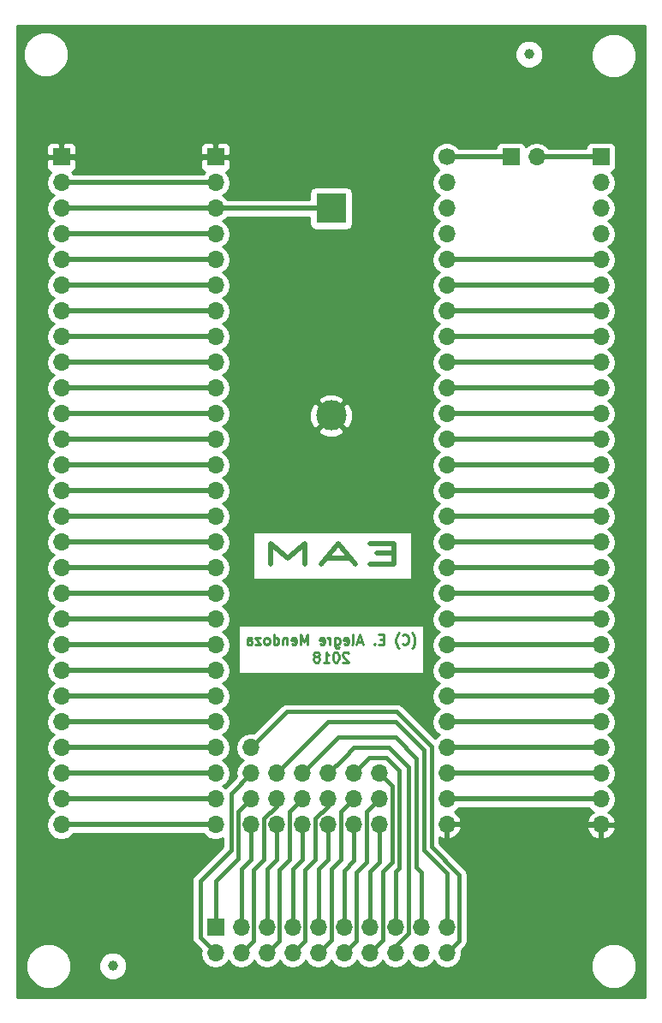
<source format=gbr>
G04 #@! TF.FileFunction,Copper,L2,Bot,Signal*
%FSLAX46Y46*%
G04 Gerber Fmt 4.6, Leading zero omitted, Abs format (unit mm)*
G04 Created by KiCad (PCBNEW 4.0.7-e2-6376~58~ubuntu16.04.1) date Tue Oct 16 16:27:12 2018*
%MOMM*%
%LPD*%
G01*
G04 APERTURE LIST*
%ADD10C,0.100000*%
%ADD11C,0.250000*%
%ADD12C,0.500000*%
%ADD13C,1.000000*%
%ADD14C,1.700000*%
%ADD15O,1.700000X1.700000*%
%ADD16R,1.700000X1.700000*%
%ADD17C,3.000000*%
%ADD18R,3.000000X3.000000*%
%ADD19C,0.400000*%
%ADD20C,0.254000*%
G04 APERTURE END LIST*
D10*
D11*
X156082001Y-118194333D02*
X156129621Y-118146714D01*
X156224859Y-118003857D01*
X156272478Y-117908619D01*
X156320097Y-117765762D01*
X156367716Y-117527667D01*
X156367716Y-117337190D01*
X156320097Y-117099095D01*
X156272478Y-116956238D01*
X156224859Y-116861000D01*
X156129621Y-116718143D01*
X156082001Y-116670524D01*
X155129620Y-117718143D02*
X155177239Y-117765762D01*
X155320096Y-117813381D01*
X155415334Y-117813381D01*
X155558192Y-117765762D01*
X155653430Y-117670524D01*
X155701049Y-117575286D01*
X155748668Y-117384810D01*
X155748668Y-117241952D01*
X155701049Y-117051476D01*
X155653430Y-116956238D01*
X155558192Y-116861000D01*
X155415334Y-116813381D01*
X155320096Y-116813381D01*
X155177239Y-116861000D01*
X155129620Y-116908619D01*
X154796287Y-118194333D02*
X154748668Y-118146714D01*
X154653430Y-118003857D01*
X154605811Y-117908619D01*
X154558192Y-117765762D01*
X154510573Y-117527667D01*
X154510573Y-117337190D01*
X154558192Y-117099095D01*
X154605811Y-116956238D01*
X154653430Y-116861000D01*
X154748668Y-116718143D01*
X154796287Y-116670524D01*
X153272477Y-117289571D02*
X152939143Y-117289571D01*
X152796286Y-117813381D02*
X153272477Y-117813381D01*
X153272477Y-116813381D01*
X152796286Y-116813381D01*
X152367715Y-117718143D02*
X152320096Y-117765762D01*
X152367715Y-117813381D01*
X152415334Y-117765762D01*
X152367715Y-117718143D01*
X152367715Y-117813381D01*
X151177239Y-117527667D02*
X150701048Y-117527667D01*
X151272477Y-117813381D02*
X150939144Y-116813381D01*
X150605810Y-117813381D01*
X150129620Y-117813381D02*
X150224858Y-117765762D01*
X150272477Y-117670524D01*
X150272477Y-116813381D01*
X149367714Y-117765762D02*
X149462952Y-117813381D01*
X149653429Y-117813381D01*
X149748667Y-117765762D01*
X149796286Y-117670524D01*
X149796286Y-117289571D01*
X149748667Y-117194333D01*
X149653429Y-117146714D01*
X149462952Y-117146714D01*
X149367714Y-117194333D01*
X149320095Y-117289571D01*
X149320095Y-117384810D01*
X149796286Y-117480048D01*
X148462952Y-117146714D02*
X148462952Y-117956238D01*
X148510571Y-118051476D01*
X148558190Y-118099095D01*
X148653429Y-118146714D01*
X148796286Y-118146714D01*
X148891524Y-118099095D01*
X148462952Y-117765762D02*
X148558190Y-117813381D01*
X148748667Y-117813381D01*
X148843905Y-117765762D01*
X148891524Y-117718143D01*
X148939143Y-117622905D01*
X148939143Y-117337190D01*
X148891524Y-117241952D01*
X148843905Y-117194333D01*
X148748667Y-117146714D01*
X148558190Y-117146714D01*
X148462952Y-117194333D01*
X147986762Y-117813381D02*
X147986762Y-117146714D01*
X147986762Y-117337190D02*
X147939143Y-117241952D01*
X147891524Y-117194333D01*
X147796286Y-117146714D01*
X147701047Y-117146714D01*
X146986761Y-117765762D02*
X147081999Y-117813381D01*
X147272476Y-117813381D01*
X147367714Y-117765762D01*
X147415333Y-117670524D01*
X147415333Y-117289571D01*
X147367714Y-117194333D01*
X147272476Y-117146714D01*
X147081999Y-117146714D01*
X146986761Y-117194333D01*
X146939142Y-117289571D01*
X146939142Y-117384810D01*
X147415333Y-117480048D01*
X145748666Y-117813381D02*
X145748666Y-116813381D01*
X145415332Y-117527667D01*
X145081999Y-116813381D01*
X145081999Y-117813381D01*
X144224856Y-117765762D02*
X144320094Y-117813381D01*
X144510571Y-117813381D01*
X144605809Y-117765762D01*
X144653428Y-117670524D01*
X144653428Y-117289571D01*
X144605809Y-117194333D01*
X144510571Y-117146714D01*
X144320094Y-117146714D01*
X144224856Y-117194333D01*
X144177237Y-117289571D01*
X144177237Y-117384810D01*
X144653428Y-117480048D01*
X143748666Y-117146714D02*
X143748666Y-117813381D01*
X143748666Y-117241952D02*
X143701047Y-117194333D01*
X143605809Y-117146714D01*
X143462951Y-117146714D01*
X143367713Y-117194333D01*
X143320094Y-117289571D01*
X143320094Y-117813381D01*
X142415332Y-117813381D02*
X142415332Y-116813381D01*
X142415332Y-117765762D02*
X142510570Y-117813381D01*
X142701047Y-117813381D01*
X142796285Y-117765762D01*
X142843904Y-117718143D01*
X142891523Y-117622905D01*
X142891523Y-117337190D01*
X142843904Y-117241952D01*
X142796285Y-117194333D01*
X142701047Y-117146714D01*
X142510570Y-117146714D01*
X142415332Y-117194333D01*
X141796285Y-117813381D02*
X141891523Y-117765762D01*
X141939142Y-117718143D01*
X141986761Y-117622905D01*
X141986761Y-117337190D01*
X141939142Y-117241952D01*
X141891523Y-117194333D01*
X141796285Y-117146714D01*
X141653427Y-117146714D01*
X141558189Y-117194333D01*
X141510570Y-117241952D01*
X141462951Y-117337190D01*
X141462951Y-117622905D01*
X141510570Y-117718143D01*
X141558189Y-117765762D01*
X141653427Y-117813381D01*
X141796285Y-117813381D01*
X141129618Y-117146714D02*
X140605808Y-117146714D01*
X141129618Y-117813381D01*
X140605808Y-117813381D01*
X139796284Y-117813381D02*
X139796284Y-117289571D01*
X139843903Y-117194333D01*
X139939141Y-117146714D01*
X140129618Y-117146714D01*
X140224856Y-117194333D01*
X139796284Y-117765762D02*
X139891522Y-117813381D01*
X140129618Y-117813381D01*
X140224856Y-117765762D01*
X140272475Y-117670524D01*
X140272475Y-117575286D01*
X140224856Y-117480048D01*
X140129618Y-117432429D01*
X139891522Y-117432429D01*
X139796284Y-117384810D01*
X149796286Y-118658619D02*
X149748667Y-118611000D01*
X149653429Y-118563381D01*
X149415333Y-118563381D01*
X149320095Y-118611000D01*
X149272476Y-118658619D01*
X149224857Y-118753857D01*
X149224857Y-118849095D01*
X149272476Y-118991952D01*
X149843905Y-119563381D01*
X149224857Y-119563381D01*
X148605810Y-118563381D02*
X148510571Y-118563381D01*
X148415333Y-118611000D01*
X148367714Y-118658619D01*
X148320095Y-118753857D01*
X148272476Y-118944333D01*
X148272476Y-119182429D01*
X148320095Y-119372905D01*
X148367714Y-119468143D01*
X148415333Y-119515762D01*
X148510571Y-119563381D01*
X148605810Y-119563381D01*
X148701048Y-119515762D01*
X148748667Y-119468143D01*
X148796286Y-119372905D01*
X148843905Y-119182429D01*
X148843905Y-118944333D01*
X148796286Y-118753857D01*
X148748667Y-118658619D01*
X148701048Y-118611000D01*
X148605810Y-118563381D01*
X147320095Y-119563381D02*
X147891524Y-119563381D01*
X147605810Y-119563381D02*
X147605810Y-118563381D01*
X147701048Y-118706238D01*
X147796286Y-118801476D01*
X147891524Y-118849095D01*
X146748667Y-118991952D02*
X146843905Y-118944333D01*
X146891524Y-118896714D01*
X146939143Y-118801476D01*
X146939143Y-118753857D01*
X146891524Y-118658619D01*
X146843905Y-118611000D01*
X146748667Y-118563381D01*
X146558190Y-118563381D01*
X146462952Y-118611000D01*
X146415333Y-118658619D01*
X146367714Y-118753857D01*
X146367714Y-118801476D01*
X146415333Y-118896714D01*
X146462952Y-118944333D01*
X146558190Y-118991952D01*
X146748667Y-118991952D01*
X146843905Y-119039571D01*
X146891524Y-119087190D01*
X146939143Y-119182429D01*
X146939143Y-119372905D01*
X146891524Y-119468143D01*
X146843905Y-119515762D01*
X146748667Y-119563381D01*
X146558190Y-119563381D01*
X146462952Y-119515762D01*
X146415333Y-119468143D01*
X146367714Y-119372905D01*
X146367714Y-119182429D01*
X146415333Y-119087190D01*
X146462952Y-119039571D01*
X146558190Y-118991952D01*
D12*
X154280429Y-108791143D02*
X152613762Y-108791143D01*
X151899476Y-109838762D02*
X154280429Y-109838762D01*
X154280429Y-107838762D01*
X151899476Y-107838762D01*
X149994714Y-109267333D02*
X147613762Y-109267333D01*
X150470905Y-109838762D02*
X148804238Y-107838762D01*
X147137571Y-109838762D01*
X145470905Y-109838762D02*
X145470905Y-107838762D01*
X143804238Y-109267333D01*
X142137571Y-107838762D01*
X142137571Y-109838762D01*
D13*
X126492000Y-149606000D03*
D14*
X159512000Y-69596000D03*
D15*
X159512000Y-72136000D03*
X159512000Y-74676000D03*
X159512000Y-77216000D03*
X159512000Y-79756000D03*
X159512000Y-82296000D03*
X159512000Y-84836000D03*
X159512000Y-87376000D03*
X159512000Y-89916000D03*
X159512000Y-92456000D03*
X159512000Y-94996000D03*
X159512000Y-97536000D03*
X159512000Y-100076000D03*
X159512000Y-102616000D03*
X159512000Y-105156000D03*
X159512000Y-107696000D03*
X159512000Y-110236000D03*
X159512000Y-112776000D03*
X159512000Y-115316000D03*
X159512000Y-117856000D03*
X159512000Y-120396000D03*
X159512000Y-122936000D03*
X159512000Y-125476000D03*
X159512000Y-128016000D03*
X159512000Y-130556000D03*
X159512000Y-133096000D03*
X159512000Y-135596000D03*
X136652000Y-133096000D03*
X136652000Y-130556000D03*
X136652000Y-122936000D03*
X136652000Y-125476000D03*
X136652000Y-128016000D03*
X136652000Y-135636000D03*
X136652000Y-77216000D03*
X136652000Y-79756000D03*
X136652000Y-82296000D03*
X136652000Y-84836000D03*
X136652000Y-74676000D03*
D16*
X136652000Y-69596000D03*
D15*
X136652000Y-72136000D03*
X136652000Y-87376000D03*
X136652000Y-89916000D03*
X136652000Y-92456000D03*
X136652000Y-94996000D03*
X136652000Y-97536000D03*
X136652000Y-100076000D03*
X136652000Y-102616000D03*
X136652000Y-105156000D03*
X136652000Y-107696000D03*
X136652000Y-110236000D03*
X136652000Y-112776000D03*
X136652000Y-115316000D03*
X136652000Y-117856000D03*
X136652000Y-120396000D03*
X140152000Y-135636000D03*
X140152000Y-128016000D03*
X140152000Y-133096000D03*
X140152000Y-130556000D03*
X142692000Y-133096000D03*
X142692000Y-135636000D03*
X142692000Y-130556000D03*
X145232000Y-135636000D03*
X145232000Y-133096000D03*
X145232000Y-130556000D03*
X147772000Y-135636000D03*
X147772000Y-133096000D03*
X147772000Y-130556000D03*
X150312000Y-133096000D03*
X150312000Y-135636000D03*
X150312000Y-130556000D03*
X152852000Y-133096000D03*
X152852000Y-135636000D03*
X152852000Y-130556000D03*
D17*
X148082000Y-95166000D03*
D18*
X148082000Y-74676000D03*
D16*
X121412000Y-69596000D03*
D15*
X121412000Y-72136000D03*
X121412000Y-74676000D03*
X121412000Y-77216000D03*
X121412000Y-79756000D03*
X121412000Y-82296000D03*
X121412000Y-84836000D03*
X121412000Y-87376000D03*
X121412000Y-89916000D03*
X121412000Y-92456000D03*
X121412000Y-94996000D03*
X121412000Y-97536000D03*
X121412000Y-100076000D03*
X121412000Y-102616000D03*
X121412000Y-105156000D03*
X121412000Y-107696000D03*
X121412000Y-110236000D03*
X121412000Y-112776000D03*
X121412000Y-115316000D03*
X121412000Y-117856000D03*
X121412000Y-120396000D03*
X121412000Y-122936000D03*
X121412000Y-125476000D03*
X121412000Y-128016000D03*
X121412000Y-130556000D03*
X121412000Y-133096000D03*
X121412000Y-135636000D03*
D16*
X174752000Y-69596000D03*
D15*
X174752000Y-72136000D03*
X174752000Y-74676000D03*
X174752000Y-77216000D03*
X174752000Y-79756000D03*
X174752000Y-82296000D03*
X174752000Y-84836000D03*
X174752000Y-87376000D03*
X174752000Y-89916000D03*
X174752000Y-92456000D03*
X174752000Y-94996000D03*
X174752000Y-97536000D03*
X174752000Y-100076000D03*
X174752000Y-102616000D03*
X174752000Y-105156000D03*
X174752000Y-107696000D03*
X174752000Y-110236000D03*
X174752000Y-112776000D03*
X174752000Y-115316000D03*
X174752000Y-117856000D03*
X174752000Y-120396000D03*
X174752000Y-122936000D03*
X174752000Y-125476000D03*
X174752000Y-128016000D03*
X174752000Y-130556000D03*
X174752000Y-133096000D03*
X174752000Y-135636000D03*
D16*
X165862000Y-69596000D03*
D15*
X168402000Y-69596000D03*
D16*
X136652000Y-145796000D03*
D15*
X136652000Y-148336000D03*
X139192000Y-145796000D03*
X139192000Y-148336000D03*
X141732000Y-145796000D03*
X141732000Y-148336000D03*
X144272000Y-145796000D03*
X144272000Y-148336000D03*
X146812000Y-145796000D03*
X146812000Y-148336000D03*
X149352000Y-145796000D03*
X149352000Y-148336000D03*
X151892000Y-145796000D03*
X151892000Y-148336000D03*
X154432000Y-145796000D03*
X154432000Y-148336000D03*
X156972000Y-145796000D03*
X156972000Y-148336000D03*
X159512000Y-145796000D03*
X159512000Y-148336000D03*
D13*
X167640000Y-59436000D03*
D12*
X174752000Y-135636000D02*
X159552000Y-135636000D01*
X159552000Y-135636000D02*
X159512000Y-135596000D01*
X136652000Y-69596000D02*
X121412000Y-69596000D01*
X148082000Y-74676000D02*
X136652000Y-74676000D01*
X136652000Y-74676000D02*
X121412000Y-74676000D01*
X121412000Y-72136000D02*
X136652000Y-72136000D01*
X121412000Y-77216000D02*
X136652000Y-77216000D01*
X136652000Y-79756000D02*
X121412000Y-79756000D01*
X121412000Y-82296000D02*
X136652000Y-82296000D01*
X136652000Y-84836000D02*
X121412000Y-84836000D01*
X121412000Y-87376000D02*
X136652000Y-87376000D01*
X136652000Y-89916000D02*
X121412000Y-89916000D01*
X136652000Y-92456000D02*
X121412000Y-92456000D01*
X121412000Y-94996000D02*
X136652000Y-94996000D01*
X136652000Y-97536000D02*
X121412000Y-97536000D01*
X121412000Y-100076000D02*
X136652000Y-100076000D01*
X136652000Y-102616000D02*
X121412000Y-102616000D01*
X121412000Y-105156000D02*
X136652000Y-105156000D01*
X136652000Y-107696000D02*
X121412000Y-107696000D01*
X121412000Y-110236000D02*
X136652000Y-110236000D01*
X136652000Y-112776000D02*
X121412000Y-112776000D01*
X121412000Y-115316000D02*
X136652000Y-115316000D01*
X136652000Y-117856000D02*
X121412000Y-117856000D01*
X121412000Y-120396000D02*
X136652000Y-120396000D01*
X136652000Y-122936000D02*
X121412000Y-122936000D01*
X121412000Y-125476000D02*
X136652000Y-125476000D01*
X136652000Y-128016000D02*
X121412000Y-128016000D01*
X121412000Y-130556000D02*
X136652000Y-130556000D01*
X136652000Y-133096000D02*
X121412000Y-133096000D01*
X121412000Y-135636000D02*
X136652000Y-135636000D01*
X168402000Y-69596000D02*
X174752000Y-69596000D01*
X159512000Y-79756000D02*
X174752000Y-79756000D01*
X159512000Y-82296000D02*
X174752000Y-82296000D01*
X174752000Y-84836000D02*
X159512000Y-84836000D01*
X159512000Y-87376000D02*
X174752000Y-87376000D01*
X159512000Y-89916000D02*
X174752000Y-89916000D01*
X159512000Y-92456000D02*
X174752000Y-92456000D01*
X174752000Y-94996000D02*
X159512000Y-94996000D01*
X159512000Y-97536000D02*
X173549919Y-97536000D01*
X173549919Y-97536000D02*
X174752000Y-97536000D01*
X174752000Y-100076000D02*
X159512000Y-100076000D01*
X159512000Y-102616000D02*
X174752000Y-102616000D01*
X174752000Y-105156000D02*
X159512000Y-105156000D01*
X159512000Y-107696000D02*
X174752000Y-107696000D01*
X174752000Y-110236000D02*
X159512000Y-110236000D01*
X159512000Y-112776000D02*
X174752000Y-112776000D01*
X174752000Y-115316000D02*
X159512000Y-115316000D01*
X159512000Y-117856000D02*
X174752000Y-117856000D01*
X174752000Y-120396000D02*
X160714081Y-120396000D01*
X160714081Y-120396000D02*
X159512000Y-120396000D01*
X159512000Y-122936000D02*
X174752000Y-122936000D01*
X159512000Y-125476000D02*
X174752000Y-125476000D01*
X159512000Y-128016000D02*
X174752000Y-128016000D01*
X159512000Y-130556000D02*
X174752000Y-130556000D01*
X159512000Y-133096000D02*
X174752000Y-133096000D01*
X165862000Y-69596000D02*
X159512000Y-69596000D01*
D19*
X139192000Y-145796000D02*
X139192000Y-140025000D01*
X139192000Y-140025000D02*
X140152000Y-139065000D01*
X140152000Y-139065000D02*
X140152000Y-135636000D01*
X159512000Y-148336000D02*
X160762001Y-147085999D01*
X160762001Y-147085999D02*
X160762001Y-140569001D01*
X160762001Y-140569001D02*
X157988000Y-137795000D01*
X157988000Y-137795000D02*
X157988000Y-127889000D01*
X157988000Y-127889000D02*
X154559000Y-124460000D01*
X143708000Y-124460000D02*
X140152000Y-128016000D01*
X154559000Y-124460000D02*
X143708000Y-124460000D01*
X140152000Y-133096000D02*
X138901999Y-134346001D01*
X138901999Y-134346001D02*
X138901999Y-138974001D01*
X138901999Y-138974001D02*
X136652000Y-141224000D01*
X136652000Y-141224000D02*
X136652000Y-145796000D01*
X140152000Y-130556000D02*
X138176000Y-132532000D01*
X138176000Y-132532000D02*
X138176000Y-138156001D01*
X138176000Y-138156001D02*
X135128000Y-141204001D01*
X135128000Y-141204001D02*
X135128000Y-146812000D01*
X135128000Y-146812000D02*
X136652000Y-148336000D01*
X139192000Y-148336000D02*
X140442001Y-147085999D01*
X142692000Y-133785998D02*
X142692000Y-133096000D01*
X140442001Y-147085999D02*
X140442001Y-140064998D01*
X140442001Y-140064998D02*
X141441999Y-139065000D01*
X141441999Y-135035999D02*
X142692000Y-133785998D01*
X141441999Y-139065000D02*
X141441999Y-135035999D01*
X141732000Y-145796000D02*
X141732000Y-140025000D01*
X141732000Y-140025000D02*
X142692000Y-139065000D01*
X142692000Y-139065000D02*
X142692000Y-135636000D01*
X159512000Y-145796000D02*
X159512000Y-140462000D01*
X159512000Y-140462000D02*
X157226000Y-138176000D01*
X147772000Y-125476000D02*
X142692000Y-130556000D01*
X157226000Y-138176000D02*
X157226000Y-128270000D01*
X157226000Y-128270000D02*
X154432000Y-125476000D01*
X154432000Y-125476000D02*
X147772000Y-125476000D01*
X144272000Y-145796000D02*
X144272000Y-140025000D01*
X144272000Y-140025000D02*
X145232000Y-139065000D01*
X145232000Y-139065000D02*
X145232000Y-135636000D01*
X141732000Y-148336000D02*
X142982001Y-147085999D01*
X142982001Y-147085999D02*
X142982001Y-140064998D01*
X142982001Y-140064998D02*
X143981999Y-139065000D01*
X143981999Y-139065000D02*
X143981999Y-134346001D01*
X143981999Y-134346001D02*
X145232000Y-133096000D01*
X156482019Y-139845019D02*
X156972000Y-140335000D01*
X145232000Y-130556000D02*
X148788000Y-127000000D01*
X148788000Y-127000000D02*
X154432000Y-127000000D01*
X154432000Y-127000000D02*
X156482019Y-129050019D01*
X156482019Y-129050019D02*
X156482019Y-139845019D01*
X156972000Y-140335000D02*
X156972000Y-145796000D01*
X146812000Y-145796000D02*
X146812000Y-140025000D01*
X147772000Y-139065000D02*
X147772000Y-136838081D01*
X146812000Y-140025000D02*
X147772000Y-139065000D01*
X147772000Y-136838081D02*
X147772000Y-135636000D01*
X144272000Y-148336000D02*
X145522001Y-147085999D01*
X145522001Y-147085999D02*
X145522001Y-140064998D01*
X145522001Y-140064998D02*
X146521999Y-139065000D01*
X146521999Y-139065000D02*
X146521999Y-135035999D01*
X146521999Y-135035999D02*
X147772000Y-133785998D01*
X147772000Y-133785998D02*
X147772000Y-133096000D01*
X154432000Y-148336000D02*
X154432000Y-147646002D01*
X154432000Y-147646002D02*
X155721999Y-146356003D01*
X155721999Y-146356003D02*
X155721999Y-129940999D01*
X153797000Y-128016000D02*
X150312000Y-128016000D01*
X155721999Y-129940999D02*
X153797000Y-128016000D01*
X150312000Y-128016000D02*
X149352000Y-128976000D01*
X149352000Y-128976000D02*
X147772000Y-130556000D01*
X146812000Y-148336000D02*
X148101999Y-147046001D01*
X148101999Y-147046001D02*
X148101999Y-140025000D01*
X148101999Y-140025000D02*
X149061999Y-139065000D01*
X149061999Y-139065000D02*
X149061999Y-134346001D01*
X149061999Y-134346001D02*
X149462001Y-133945999D01*
X149462001Y-133945999D02*
X150312000Y-133096000D01*
X149352000Y-145796000D02*
X149352000Y-140152000D01*
X149352000Y-140152000D02*
X150312000Y-139192000D01*
X150312000Y-139192000D02*
X150312000Y-135636000D01*
X150312000Y-130556000D02*
X151836000Y-129032000D01*
X151836000Y-129032000D02*
X153543000Y-129032000D01*
X154813000Y-130302000D02*
X154813000Y-139914999D01*
X153543000Y-129032000D02*
X154813000Y-130302000D01*
X154813000Y-139914999D02*
X154432000Y-140295999D01*
X154471001Y-140295999D02*
X154432000Y-140295999D01*
X154432000Y-140295999D02*
X154432000Y-145796000D01*
X149352000Y-148336000D02*
X150602001Y-147085999D01*
X150602001Y-147085999D02*
X150602001Y-140318998D01*
X150602001Y-140318998D02*
X151601999Y-139319000D01*
X151601999Y-139319000D02*
X151601999Y-134346001D01*
X151601999Y-134346001D02*
X152002001Y-133945999D01*
X152002001Y-133945999D02*
X152852000Y-133096000D01*
X151892000Y-145796000D02*
X151892000Y-140279000D01*
X151892000Y-140279000D02*
X152852000Y-139319000D01*
X152852000Y-139319000D02*
X152852000Y-135636000D01*
X151892000Y-148336000D02*
X153181999Y-147046001D01*
X153181999Y-147046001D02*
X153181999Y-140239002D01*
X153181999Y-140239002D02*
X154102001Y-139319000D01*
X154102001Y-139319000D02*
X154102001Y-131806001D01*
X154102001Y-131806001D02*
X152852000Y-130556000D01*
D20*
G36*
X179122000Y-152706000D02*
X117042000Y-152706000D01*
X117042000Y-150048619D01*
X117906613Y-150048619D01*
X118246155Y-150870372D01*
X118874321Y-151499636D01*
X119695481Y-151840611D01*
X120584619Y-151841387D01*
X121406372Y-151501845D01*
X122035636Y-150873679D01*
X122376611Y-150052519D01*
X122376759Y-149882661D01*
X125094758Y-149882661D01*
X125306990Y-150396303D01*
X125699630Y-150789629D01*
X126212900Y-151002757D01*
X126768661Y-151003242D01*
X127282303Y-150791010D01*
X127675629Y-150398370D01*
X127820858Y-150048619D01*
X173786613Y-150048619D01*
X174126155Y-150870372D01*
X174754321Y-151499636D01*
X175575481Y-151840611D01*
X176464619Y-151841387D01*
X177286372Y-151501845D01*
X177915636Y-150873679D01*
X178256611Y-150052519D01*
X178257387Y-149163381D01*
X177917845Y-148341628D01*
X177289679Y-147712364D01*
X176468519Y-147371389D01*
X175579381Y-147370613D01*
X174757628Y-147710155D01*
X174128364Y-148338321D01*
X173787389Y-149159481D01*
X173786613Y-150048619D01*
X127820858Y-150048619D01*
X127888757Y-149885100D01*
X127889242Y-149329339D01*
X127677010Y-148815697D01*
X127284370Y-148422371D01*
X126771100Y-148209243D01*
X126215339Y-148208758D01*
X125701697Y-148420990D01*
X125308371Y-148813630D01*
X125095243Y-149326900D01*
X125094758Y-149882661D01*
X122376759Y-149882661D01*
X122377387Y-149163381D01*
X122037845Y-148341628D01*
X121409679Y-147712364D01*
X120588519Y-147371389D01*
X119699381Y-147370613D01*
X118877628Y-147710155D01*
X118248364Y-148338321D01*
X117907389Y-149159481D01*
X117906613Y-150048619D01*
X117042000Y-150048619D01*
X117042000Y-72136000D01*
X119897907Y-72136000D01*
X120010946Y-72704285D01*
X120332853Y-73186054D01*
X120662026Y-73406000D01*
X120332853Y-73625946D01*
X120010946Y-74107715D01*
X119897907Y-74676000D01*
X120010946Y-75244285D01*
X120332853Y-75726054D01*
X120662026Y-75946000D01*
X120332853Y-76165946D01*
X120010946Y-76647715D01*
X119897907Y-77216000D01*
X120010946Y-77784285D01*
X120332853Y-78266054D01*
X120662026Y-78486000D01*
X120332853Y-78705946D01*
X120010946Y-79187715D01*
X119897907Y-79756000D01*
X120010946Y-80324285D01*
X120332853Y-80806054D01*
X120662026Y-81026000D01*
X120332853Y-81245946D01*
X120010946Y-81727715D01*
X119897907Y-82296000D01*
X120010946Y-82864285D01*
X120332853Y-83346054D01*
X120662026Y-83566000D01*
X120332853Y-83785946D01*
X120010946Y-84267715D01*
X119897907Y-84836000D01*
X120010946Y-85404285D01*
X120332853Y-85886054D01*
X120662026Y-86106000D01*
X120332853Y-86325946D01*
X120010946Y-86807715D01*
X119897907Y-87376000D01*
X120010946Y-87944285D01*
X120332853Y-88426054D01*
X120662026Y-88646000D01*
X120332853Y-88865946D01*
X120010946Y-89347715D01*
X119897907Y-89916000D01*
X120010946Y-90484285D01*
X120332853Y-90966054D01*
X120662026Y-91186000D01*
X120332853Y-91405946D01*
X120010946Y-91887715D01*
X119897907Y-92456000D01*
X120010946Y-93024285D01*
X120332853Y-93506054D01*
X120662026Y-93726000D01*
X120332853Y-93945946D01*
X120010946Y-94427715D01*
X119897907Y-94996000D01*
X120010946Y-95564285D01*
X120332853Y-96046054D01*
X120662026Y-96266000D01*
X120332853Y-96485946D01*
X120010946Y-96967715D01*
X119897907Y-97536000D01*
X120010946Y-98104285D01*
X120332853Y-98586054D01*
X120662026Y-98806000D01*
X120332853Y-99025946D01*
X120010946Y-99507715D01*
X119897907Y-100076000D01*
X120010946Y-100644285D01*
X120332853Y-101126054D01*
X120662026Y-101346000D01*
X120332853Y-101565946D01*
X120010946Y-102047715D01*
X119897907Y-102616000D01*
X120010946Y-103184285D01*
X120332853Y-103666054D01*
X120662026Y-103886000D01*
X120332853Y-104105946D01*
X120010946Y-104587715D01*
X119897907Y-105156000D01*
X120010946Y-105724285D01*
X120332853Y-106206054D01*
X120662026Y-106426000D01*
X120332853Y-106645946D01*
X120010946Y-107127715D01*
X119897907Y-107696000D01*
X120010946Y-108264285D01*
X120332853Y-108746054D01*
X120662026Y-108966000D01*
X120332853Y-109185946D01*
X120010946Y-109667715D01*
X119897907Y-110236000D01*
X120010946Y-110804285D01*
X120332853Y-111286054D01*
X120662026Y-111506000D01*
X120332853Y-111725946D01*
X120010946Y-112207715D01*
X119897907Y-112776000D01*
X120010946Y-113344285D01*
X120332853Y-113826054D01*
X120662026Y-114046000D01*
X120332853Y-114265946D01*
X120010946Y-114747715D01*
X119897907Y-115316000D01*
X120010946Y-115884285D01*
X120332853Y-116366054D01*
X120662026Y-116586000D01*
X120332853Y-116805946D01*
X120010946Y-117287715D01*
X119897907Y-117856000D01*
X120010946Y-118424285D01*
X120332853Y-118906054D01*
X120662026Y-119126000D01*
X120332853Y-119345946D01*
X120010946Y-119827715D01*
X119897907Y-120396000D01*
X120010946Y-120964285D01*
X120332853Y-121446054D01*
X120662026Y-121666000D01*
X120332853Y-121885946D01*
X120010946Y-122367715D01*
X119897907Y-122936000D01*
X120010946Y-123504285D01*
X120332853Y-123986054D01*
X120662026Y-124206000D01*
X120332853Y-124425946D01*
X120010946Y-124907715D01*
X119897907Y-125476000D01*
X120010946Y-126044285D01*
X120332853Y-126526054D01*
X120662026Y-126746000D01*
X120332853Y-126965946D01*
X120010946Y-127447715D01*
X119897907Y-128016000D01*
X120010946Y-128584285D01*
X120332853Y-129066054D01*
X120662026Y-129286000D01*
X120332853Y-129505946D01*
X120010946Y-129987715D01*
X119897907Y-130556000D01*
X120010946Y-131124285D01*
X120332853Y-131606054D01*
X120662026Y-131826000D01*
X120332853Y-132045946D01*
X120010946Y-132527715D01*
X119897907Y-133096000D01*
X120010946Y-133664285D01*
X120332853Y-134146054D01*
X120662026Y-134366000D01*
X120332853Y-134585946D01*
X120010946Y-135067715D01*
X119897907Y-135636000D01*
X120010946Y-136204285D01*
X120332853Y-136686054D01*
X120814622Y-137007961D01*
X121382907Y-137121000D01*
X121441093Y-137121000D01*
X122009378Y-137007961D01*
X122491147Y-136686054D01*
X122601432Y-136521000D01*
X135462568Y-136521000D01*
X135572853Y-136686054D01*
X136054622Y-137007961D01*
X136622907Y-137121000D01*
X136681093Y-137121000D01*
X137249378Y-137007961D01*
X137341000Y-136946741D01*
X137341000Y-137810133D01*
X134537566Y-140613567D01*
X134356561Y-140884460D01*
X134293000Y-141204001D01*
X134293000Y-146812000D01*
X134356561Y-147131541D01*
X134486803Y-147326462D01*
X134537566Y-147402434D01*
X135212632Y-148077500D01*
X135167000Y-148306907D01*
X135167000Y-148365093D01*
X135280039Y-148933378D01*
X135601946Y-149415147D01*
X136083715Y-149737054D01*
X136652000Y-149850093D01*
X137220285Y-149737054D01*
X137702054Y-149415147D01*
X137922000Y-149085974D01*
X138141946Y-149415147D01*
X138623715Y-149737054D01*
X139192000Y-149850093D01*
X139760285Y-149737054D01*
X140242054Y-149415147D01*
X140462000Y-149085974D01*
X140681946Y-149415147D01*
X141163715Y-149737054D01*
X141732000Y-149850093D01*
X142300285Y-149737054D01*
X142782054Y-149415147D01*
X143002000Y-149085974D01*
X143221946Y-149415147D01*
X143703715Y-149737054D01*
X144272000Y-149850093D01*
X144840285Y-149737054D01*
X145322054Y-149415147D01*
X145542000Y-149085974D01*
X145761946Y-149415147D01*
X146243715Y-149737054D01*
X146812000Y-149850093D01*
X147380285Y-149737054D01*
X147862054Y-149415147D01*
X148082000Y-149085974D01*
X148301946Y-149415147D01*
X148783715Y-149737054D01*
X149352000Y-149850093D01*
X149920285Y-149737054D01*
X150402054Y-149415147D01*
X150622000Y-149085974D01*
X150841946Y-149415147D01*
X151323715Y-149737054D01*
X151892000Y-149850093D01*
X152460285Y-149737054D01*
X152942054Y-149415147D01*
X153162000Y-149085974D01*
X153381946Y-149415147D01*
X153863715Y-149737054D01*
X154432000Y-149850093D01*
X155000285Y-149737054D01*
X155482054Y-149415147D01*
X155702000Y-149085974D01*
X155921946Y-149415147D01*
X156403715Y-149737054D01*
X156972000Y-149850093D01*
X157540285Y-149737054D01*
X158022054Y-149415147D01*
X158242000Y-149085974D01*
X158461946Y-149415147D01*
X158943715Y-149737054D01*
X159512000Y-149850093D01*
X160080285Y-149737054D01*
X160562054Y-149415147D01*
X160883961Y-148933378D01*
X160997000Y-148365093D01*
X160997000Y-148306907D01*
X160951368Y-148077500D01*
X161352435Y-147676433D01*
X161533440Y-147405540D01*
X161597001Y-147085999D01*
X161597001Y-140569001D01*
X161533440Y-140249460D01*
X161352435Y-139978567D01*
X158823000Y-137449132D01*
X158823000Y-136881519D01*
X159155108Y-137037486D01*
X159385000Y-136916819D01*
X159385000Y-135723000D01*
X159639000Y-135723000D01*
X159639000Y-136916819D01*
X159868892Y-137037486D01*
X160393358Y-136791183D01*
X160783645Y-136362924D01*
X160936908Y-135992890D01*
X173310524Y-135992890D01*
X173480355Y-136402924D01*
X173870642Y-136831183D01*
X174395108Y-137077486D01*
X174625000Y-136956819D01*
X174625000Y-135763000D01*
X174879000Y-135763000D01*
X174879000Y-136956819D01*
X175108892Y-137077486D01*
X175633358Y-136831183D01*
X176023645Y-136402924D01*
X176193476Y-135992890D01*
X176072155Y-135763000D01*
X174879000Y-135763000D01*
X174625000Y-135763000D01*
X173431845Y-135763000D01*
X173310524Y-135992890D01*
X160936908Y-135992890D01*
X160953476Y-135952890D01*
X160832155Y-135723000D01*
X159639000Y-135723000D01*
X159385000Y-135723000D01*
X159365000Y-135723000D01*
X159365000Y-135469000D01*
X159385000Y-135469000D01*
X159385000Y-135449000D01*
X159639000Y-135449000D01*
X159639000Y-135469000D01*
X160832155Y-135469000D01*
X160953476Y-135239110D01*
X160783645Y-134829076D01*
X160393358Y-134400817D01*
X160285602Y-134350212D01*
X160591147Y-134146054D01*
X160701432Y-133981000D01*
X173562568Y-133981000D01*
X173672853Y-134146054D01*
X174013553Y-134373702D01*
X173870642Y-134440817D01*
X173480355Y-134869076D01*
X173310524Y-135279110D01*
X173431845Y-135509000D01*
X174625000Y-135509000D01*
X174625000Y-135489000D01*
X174879000Y-135489000D01*
X174879000Y-135509000D01*
X176072155Y-135509000D01*
X176193476Y-135279110D01*
X176023645Y-134869076D01*
X175633358Y-134440817D01*
X175490447Y-134373702D01*
X175831147Y-134146054D01*
X176153054Y-133664285D01*
X176266093Y-133096000D01*
X176153054Y-132527715D01*
X175831147Y-132045946D01*
X175501974Y-131826000D01*
X175831147Y-131606054D01*
X176153054Y-131124285D01*
X176266093Y-130556000D01*
X176153054Y-129987715D01*
X175831147Y-129505946D01*
X175501974Y-129286000D01*
X175831147Y-129066054D01*
X176153054Y-128584285D01*
X176266093Y-128016000D01*
X176153054Y-127447715D01*
X175831147Y-126965946D01*
X175501974Y-126746000D01*
X175831147Y-126526054D01*
X176153054Y-126044285D01*
X176266093Y-125476000D01*
X176153054Y-124907715D01*
X175831147Y-124425946D01*
X175501974Y-124206000D01*
X175831147Y-123986054D01*
X176153054Y-123504285D01*
X176266093Y-122936000D01*
X176153054Y-122367715D01*
X175831147Y-121885946D01*
X175501974Y-121666000D01*
X175831147Y-121446054D01*
X176153054Y-120964285D01*
X176266093Y-120396000D01*
X176153054Y-119827715D01*
X175831147Y-119345946D01*
X175501974Y-119126000D01*
X175831147Y-118906054D01*
X176153054Y-118424285D01*
X176266093Y-117856000D01*
X176153054Y-117287715D01*
X175831147Y-116805946D01*
X175501974Y-116586000D01*
X175831147Y-116366054D01*
X176153054Y-115884285D01*
X176266093Y-115316000D01*
X176153054Y-114747715D01*
X175831147Y-114265946D01*
X175501974Y-114046000D01*
X175831147Y-113826054D01*
X176153054Y-113344285D01*
X176266093Y-112776000D01*
X176153054Y-112207715D01*
X175831147Y-111725946D01*
X175501974Y-111506000D01*
X175831147Y-111286054D01*
X176153054Y-110804285D01*
X176266093Y-110236000D01*
X176153054Y-109667715D01*
X175831147Y-109185946D01*
X175501974Y-108966000D01*
X175831147Y-108746054D01*
X176153054Y-108264285D01*
X176266093Y-107696000D01*
X176153054Y-107127715D01*
X175831147Y-106645946D01*
X175501974Y-106426000D01*
X175831147Y-106206054D01*
X176153054Y-105724285D01*
X176266093Y-105156000D01*
X176153054Y-104587715D01*
X175831147Y-104105946D01*
X175501974Y-103886000D01*
X175831147Y-103666054D01*
X176153054Y-103184285D01*
X176266093Y-102616000D01*
X176153054Y-102047715D01*
X175831147Y-101565946D01*
X175501974Y-101346000D01*
X175831147Y-101126054D01*
X176153054Y-100644285D01*
X176266093Y-100076000D01*
X176153054Y-99507715D01*
X175831147Y-99025946D01*
X175501974Y-98806000D01*
X175831147Y-98586054D01*
X176153054Y-98104285D01*
X176266093Y-97536000D01*
X176153054Y-96967715D01*
X175831147Y-96485946D01*
X175501974Y-96266000D01*
X175831147Y-96046054D01*
X176153054Y-95564285D01*
X176266093Y-94996000D01*
X176153054Y-94427715D01*
X175831147Y-93945946D01*
X175501974Y-93726000D01*
X175831147Y-93506054D01*
X176153054Y-93024285D01*
X176266093Y-92456000D01*
X176153054Y-91887715D01*
X175831147Y-91405946D01*
X175501974Y-91186000D01*
X175831147Y-90966054D01*
X176153054Y-90484285D01*
X176266093Y-89916000D01*
X176153054Y-89347715D01*
X175831147Y-88865946D01*
X175501974Y-88646000D01*
X175831147Y-88426054D01*
X176153054Y-87944285D01*
X176266093Y-87376000D01*
X176153054Y-86807715D01*
X175831147Y-86325946D01*
X175501974Y-86106000D01*
X175831147Y-85886054D01*
X176153054Y-85404285D01*
X176266093Y-84836000D01*
X176153054Y-84267715D01*
X175831147Y-83785946D01*
X175501974Y-83566000D01*
X175831147Y-83346054D01*
X176153054Y-82864285D01*
X176266093Y-82296000D01*
X176153054Y-81727715D01*
X175831147Y-81245946D01*
X175501974Y-81026000D01*
X175831147Y-80806054D01*
X176153054Y-80324285D01*
X176266093Y-79756000D01*
X176153054Y-79187715D01*
X175831147Y-78705946D01*
X175501974Y-78486000D01*
X175831147Y-78266054D01*
X176153054Y-77784285D01*
X176266093Y-77216000D01*
X176153054Y-76647715D01*
X175831147Y-76165946D01*
X175501974Y-75946000D01*
X175831147Y-75726054D01*
X176153054Y-75244285D01*
X176266093Y-74676000D01*
X176153054Y-74107715D01*
X175831147Y-73625946D01*
X175501974Y-73406000D01*
X175831147Y-73186054D01*
X176153054Y-72704285D01*
X176266093Y-72136000D01*
X176153054Y-71567715D01*
X175831147Y-71085946D01*
X175789548Y-71058150D01*
X175837317Y-71049162D01*
X176053441Y-70910090D01*
X176198431Y-70697890D01*
X176249440Y-70446000D01*
X176249440Y-68746000D01*
X176205162Y-68510683D01*
X176066090Y-68294559D01*
X175853890Y-68149569D01*
X175602000Y-68098560D01*
X173902000Y-68098560D01*
X173666683Y-68142838D01*
X173450559Y-68281910D01*
X173305569Y-68494110D01*
X173261648Y-68711000D01*
X169581779Y-68711000D01*
X169452054Y-68516853D01*
X168970285Y-68194946D01*
X168402000Y-68081907D01*
X167833715Y-68194946D01*
X167351946Y-68516853D01*
X167324150Y-68558452D01*
X167315162Y-68510683D01*
X167176090Y-68294559D01*
X166963890Y-68149569D01*
X166712000Y-68098560D01*
X165012000Y-68098560D01*
X164776683Y-68142838D01*
X164560559Y-68281910D01*
X164415569Y-68494110D01*
X164371648Y-68711000D01*
X160726820Y-68711000D01*
X160354283Y-68337812D01*
X159808681Y-68111258D01*
X159217911Y-68110743D01*
X158671914Y-68336344D01*
X158253812Y-68753717D01*
X158027258Y-69299319D01*
X158026743Y-69890089D01*
X158252344Y-70436086D01*
X158669717Y-70854188D01*
X158737550Y-70882355D01*
X158432853Y-71085946D01*
X158110946Y-71567715D01*
X157997907Y-72136000D01*
X158110946Y-72704285D01*
X158432853Y-73186054D01*
X158762026Y-73406000D01*
X158432853Y-73625946D01*
X158110946Y-74107715D01*
X157997907Y-74676000D01*
X158110946Y-75244285D01*
X158432853Y-75726054D01*
X158762026Y-75946000D01*
X158432853Y-76165946D01*
X158110946Y-76647715D01*
X157997907Y-77216000D01*
X158110946Y-77784285D01*
X158432853Y-78266054D01*
X158762026Y-78486000D01*
X158432853Y-78705946D01*
X158110946Y-79187715D01*
X157997907Y-79756000D01*
X158110946Y-80324285D01*
X158432853Y-80806054D01*
X158762026Y-81026000D01*
X158432853Y-81245946D01*
X158110946Y-81727715D01*
X157997907Y-82296000D01*
X158110946Y-82864285D01*
X158432853Y-83346054D01*
X158762026Y-83566000D01*
X158432853Y-83785946D01*
X158110946Y-84267715D01*
X157997907Y-84836000D01*
X158110946Y-85404285D01*
X158432853Y-85886054D01*
X158762026Y-86106000D01*
X158432853Y-86325946D01*
X158110946Y-86807715D01*
X157997907Y-87376000D01*
X158110946Y-87944285D01*
X158432853Y-88426054D01*
X158762026Y-88646000D01*
X158432853Y-88865946D01*
X158110946Y-89347715D01*
X157997907Y-89916000D01*
X158110946Y-90484285D01*
X158432853Y-90966054D01*
X158762026Y-91186000D01*
X158432853Y-91405946D01*
X158110946Y-91887715D01*
X157997907Y-92456000D01*
X158110946Y-93024285D01*
X158432853Y-93506054D01*
X158762026Y-93726000D01*
X158432853Y-93945946D01*
X158110946Y-94427715D01*
X157997907Y-94996000D01*
X158110946Y-95564285D01*
X158432853Y-96046054D01*
X158762026Y-96266000D01*
X158432853Y-96485946D01*
X158110946Y-96967715D01*
X157997907Y-97536000D01*
X158110946Y-98104285D01*
X158432853Y-98586054D01*
X158762026Y-98806000D01*
X158432853Y-99025946D01*
X158110946Y-99507715D01*
X157997907Y-100076000D01*
X158110946Y-100644285D01*
X158432853Y-101126054D01*
X158762026Y-101346000D01*
X158432853Y-101565946D01*
X158110946Y-102047715D01*
X157997907Y-102616000D01*
X158110946Y-103184285D01*
X158432853Y-103666054D01*
X158762026Y-103886000D01*
X158432853Y-104105946D01*
X158110946Y-104587715D01*
X157997907Y-105156000D01*
X158110946Y-105724285D01*
X158432853Y-106206054D01*
X158762026Y-106426000D01*
X158432853Y-106645946D01*
X158110946Y-107127715D01*
X157997907Y-107696000D01*
X158110946Y-108264285D01*
X158432853Y-108746054D01*
X158762026Y-108966000D01*
X158432853Y-109185946D01*
X158110946Y-109667715D01*
X157997907Y-110236000D01*
X158110946Y-110804285D01*
X158432853Y-111286054D01*
X158762026Y-111506000D01*
X158432853Y-111725946D01*
X158110946Y-112207715D01*
X157997907Y-112776000D01*
X158110946Y-113344285D01*
X158432853Y-113826054D01*
X158762026Y-114046000D01*
X158432853Y-114265946D01*
X158110946Y-114747715D01*
X157997907Y-115316000D01*
X158110946Y-115884285D01*
X158432853Y-116366054D01*
X158762026Y-116586000D01*
X158432853Y-116805946D01*
X158110946Y-117287715D01*
X157997907Y-117856000D01*
X158110946Y-118424285D01*
X158432853Y-118906054D01*
X158762026Y-119126000D01*
X158432853Y-119345946D01*
X158110946Y-119827715D01*
X157997907Y-120396000D01*
X158110946Y-120964285D01*
X158432853Y-121446054D01*
X158762026Y-121666000D01*
X158432853Y-121885946D01*
X158110946Y-122367715D01*
X157997907Y-122936000D01*
X158110946Y-123504285D01*
X158432853Y-123986054D01*
X158762026Y-124206000D01*
X158432853Y-124425946D01*
X158110946Y-124907715D01*
X157997907Y-125476000D01*
X158110946Y-126044285D01*
X158432853Y-126526054D01*
X158762026Y-126746000D01*
X158432853Y-126965946D01*
X158357936Y-127078068D01*
X155149434Y-123869566D01*
X155076750Y-123821000D01*
X154878541Y-123688561D01*
X154559000Y-123625000D01*
X143708000Y-123625000D01*
X143388459Y-123688561D01*
X143190250Y-123821000D01*
X143117566Y-123869566D01*
X140410500Y-126576632D01*
X140181093Y-126531000D01*
X140122907Y-126531000D01*
X139554622Y-126644039D01*
X139072853Y-126965946D01*
X138750946Y-127447715D01*
X138637907Y-128016000D01*
X138750946Y-128584285D01*
X139072853Y-129066054D01*
X139402026Y-129286000D01*
X139072853Y-129505946D01*
X138750946Y-129987715D01*
X138637907Y-130556000D01*
X138693193Y-130833939D01*
X137585566Y-131941566D01*
X137582283Y-131946479D01*
X137401974Y-131826000D01*
X137731147Y-131606054D01*
X138053054Y-131124285D01*
X138166093Y-130556000D01*
X138053054Y-129987715D01*
X137731147Y-129505946D01*
X137401974Y-129286000D01*
X137731147Y-129066054D01*
X138053054Y-128584285D01*
X138166093Y-128016000D01*
X138053054Y-127447715D01*
X137731147Y-126965946D01*
X137401974Y-126746000D01*
X137731147Y-126526054D01*
X138053054Y-126044285D01*
X138166093Y-125476000D01*
X138053054Y-124907715D01*
X137731147Y-124425946D01*
X137401974Y-124206000D01*
X137731147Y-123986054D01*
X138053054Y-123504285D01*
X138166093Y-122936000D01*
X138053054Y-122367715D01*
X137731147Y-121885946D01*
X137401974Y-121666000D01*
X137731147Y-121446054D01*
X138053054Y-120964285D01*
X138166093Y-120396000D01*
X138053054Y-119827715D01*
X137731147Y-119345946D01*
X137401974Y-119126000D01*
X137731147Y-118906054D01*
X138053054Y-118424285D01*
X138166093Y-117856000D01*
X138053054Y-117287715D01*
X137731147Y-116805946D01*
X137401974Y-116586000D01*
X137731147Y-116366054D01*
X138041885Y-115901000D01*
X138923189Y-115901000D01*
X138923189Y-120671000D01*
X157240811Y-120671000D01*
X157240811Y-115901000D01*
X138923189Y-115901000D01*
X138041885Y-115901000D01*
X138053054Y-115884285D01*
X138166093Y-115316000D01*
X138053054Y-114747715D01*
X137731147Y-114265946D01*
X137401974Y-114046000D01*
X137731147Y-113826054D01*
X138053054Y-113344285D01*
X138166093Y-112776000D01*
X138053054Y-112207715D01*
X137731147Y-111725946D01*
X137401974Y-111506000D01*
X137731147Y-111286054D01*
X138053054Y-110804285D01*
X138166093Y-110236000D01*
X138053054Y-109667715D01*
X137731147Y-109185946D01*
X137401974Y-108966000D01*
X137731147Y-108746054D01*
X138053054Y-108264285D01*
X138166093Y-107696000D01*
X138053054Y-107127715D01*
X137733188Y-106649000D01*
X140312095Y-106649000D01*
X140312095Y-111419000D01*
X156105905Y-111419000D01*
X156105905Y-106649000D01*
X140312095Y-106649000D01*
X137733188Y-106649000D01*
X137731147Y-106645946D01*
X137401974Y-106426000D01*
X137731147Y-106206054D01*
X138053054Y-105724285D01*
X138166093Y-105156000D01*
X138053054Y-104587715D01*
X137731147Y-104105946D01*
X137401974Y-103886000D01*
X137731147Y-103666054D01*
X138053054Y-103184285D01*
X138166093Y-102616000D01*
X138053054Y-102047715D01*
X137731147Y-101565946D01*
X137401974Y-101346000D01*
X137731147Y-101126054D01*
X138053054Y-100644285D01*
X138166093Y-100076000D01*
X138053054Y-99507715D01*
X137731147Y-99025946D01*
X137401974Y-98806000D01*
X137731147Y-98586054D01*
X138053054Y-98104285D01*
X138166093Y-97536000D01*
X138053054Y-96967715D01*
X137860790Y-96679970D01*
X146747635Y-96679970D01*
X146907418Y-96998739D01*
X147698187Y-97308723D01*
X148547387Y-97292497D01*
X149256582Y-96998739D01*
X149416365Y-96679970D01*
X148082000Y-95345605D01*
X146747635Y-96679970D01*
X137860790Y-96679970D01*
X137731147Y-96485946D01*
X137401974Y-96266000D01*
X137731147Y-96046054D01*
X138053054Y-95564285D01*
X138166093Y-94996000D01*
X138123563Y-94782187D01*
X145939277Y-94782187D01*
X145955503Y-95631387D01*
X146249261Y-96340582D01*
X146568030Y-96500365D01*
X147902395Y-95166000D01*
X148261605Y-95166000D01*
X149595970Y-96500365D01*
X149914739Y-96340582D01*
X150224723Y-95549813D01*
X150208497Y-94700613D01*
X149914739Y-93991418D01*
X149595970Y-93831635D01*
X148261605Y-95166000D01*
X147902395Y-95166000D01*
X146568030Y-93831635D01*
X146249261Y-93991418D01*
X145939277Y-94782187D01*
X138123563Y-94782187D01*
X138053054Y-94427715D01*
X137731147Y-93945946D01*
X137401974Y-93726000D01*
X137512678Y-93652030D01*
X146747635Y-93652030D01*
X148082000Y-94986395D01*
X149416365Y-93652030D01*
X149256582Y-93333261D01*
X148465813Y-93023277D01*
X147616613Y-93039503D01*
X146907418Y-93333261D01*
X146747635Y-93652030D01*
X137512678Y-93652030D01*
X137731147Y-93506054D01*
X138053054Y-93024285D01*
X138166093Y-92456000D01*
X138053054Y-91887715D01*
X137731147Y-91405946D01*
X137401974Y-91186000D01*
X137731147Y-90966054D01*
X138053054Y-90484285D01*
X138166093Y-89916000D01*
X138053054Y-89347715D01*
X137731147Y-88865946D01*
X137401974Y-88646000D01*
X137731147Y-88426054D01*
X138053054Y-87944285D01*
X138166093Y-87376000D01*
X138053054Y-86807715D01*
X137731147Y-86325946D01*
X137401974Y-86106000D01*
X137731147Y-85886054D01*
X138053054Y-85404285D01*
X138166093Y-84836000D01*
X138053054Y-84267715D01*
X137731147Y-83785946D01*
X137401974Y-83566000D01*
X137731147Y-83346054D01*
X138053054Y-82864285D01*
X138166093Y-82296000D01*
X138053054Y-81727715D01*
X137731147Y-81245946D01*
X137401974Y-81026000D01*
X137731147Y-80806054D01*
X138053054Y-80324285D01*
X138166093Y-79756000D01*
X138053054Y-79187715D01*
X137731147Y-78705946D01*
X137401974Y-78486000D01*
X137731147Y-78266054D01*
X138053054Y-77784285D01*
X138166093Y-77216000D01*
X138053054Y-76647715D01*
X137731147Y-76165946D01*
X137401974Y-75946000D01*
X137731147Y-75726054D01*
X137841432Y-75561000D01*
X145934560Y-75561000D01*
X145934560Y-76176000D01*
X145978838Y-76411317D01*
X146117910Y-76627441D01*
X146330110Y-76772431D01*
X146582000Y-76823440D01*
X149582000Y-76823440D01*
X149817317Y-76779162D01*
X150033441Y-76640090D01*
X150178431Y-76427890D01*
X150229440Y-76176000D01*
X150229440Y-73176000D01*
X150185162Y-72940683D01*
X150046090Y-72724559D01*
X149833890Y-72579569D01*
X149582000Y-72528560D01*
X146582000Y-72528560D01*
X146346683Y-72572838D01*
X146130559Y-72711910D01*
X145985569Y-72924110D01*
X145934560Y-73176000D01*
X145934560Y-73791000D01*
X137841432Y-73791000D01*
X137731147Y-73625946D01*
X137401974Y-73406000D01*
X137731147Y-73186054D01*
X138053054Y-72704285D01*
X138166093Y-72136000D01*
X138053054Y-71567715D01*
X137731147Y-71085946D01*
X137687223Y-71056597D01*
X137861698Y-70984327D01*
X138040327Y-70805699D01*
X138137000Y-70572310D01*
X138137000Y-69881750D01*
X137978250Y-69723000D01*
X136779000Y-69723000D01*
X136779000Y-69743000D01*
X136525000Y-69743000D01*
X136525000Y-69723000D01*
X135325750Y-69723000D01*
X135167000Y-69881750D01*
X135167000Y-70572310D01*
X135263673Y-70805699D01*
X135442302Y-70984327D01*
X135616777Y-71056597D01*
X135572853Y-71085946D01*
X135462568Y-71251000D01*
X122601432Y-71251000D01*
X122491147Y-71085946D01*
X122447223Y-71056597D01*
X122621698Y-70984327D01*
X122800327Y-70805699D01*
X122897000Y-70572310D01*
X122897000Y-69881750D01*
X122738250Y-69723000D01*
X121539000Y-69723000D01*
X121539000Y-69743000D01*
X121285000Y-69743000D01*
X121285000Y-69723000D01*
X120085750Y-69723000D01*
X119927000Y-69881750D01*
X119927000Y-70572310D01*
X120023673Y-70805699D01*
X120202302Y-70984327D01*
X120376777Y-71056597D01*
X120332853Y-71085946D01*
X120010946Y-71567715D01*
X119897907Y-72136000D01*
X117042000Y-72136000D01*
X117042000Y-68619690D01*
X119927000Y-68619690D01*
X119927000Y-69310250D01*
X120085750Y-69469000D01*
X121285000Y-69469000D01*
X121285000Y-68269750D01*
X121539000Y-68269750D01*
X121539000Y-69469000D01*
X122738250Y-69469000D01*
X122897000Y-69310250D01*
X122897000Y-68619690D01*
X135167000Y-68619690D01*
X135167000Y-69310250D01*
X135325750Y-69469000D01*
X136525000Y-69469000D01*
X136525000Y-68269750D01*
X136779000Y-68269750D01*
X136779000Y-69469000D01*
X137978250Y-69469000D01*
X138137000Y-69310250D01*
X138137000Y-68619690D01*
X138040327Y-68386301D01*
X137861698Y-68207673D01*
X137628309Y-68111000D01*
X136937750Y-68111000D01*
X136779000Y-68269750D01*
X136525000Y-68269750D01*
X136366250Y-68111000D01*
X135675691Y-68111000D01*
X135442302Y-68207673D01*
X135263673Y-68386301D01*
X135167000Y-68619690D01*
X122897000Y-68619690D01*
X122800327Y-68386301D01*
X122621698Y-68207673D01*
X122388309Y-68111000D01*
X121697750Y-68111000D01*
X121539000Y-68269750D01*
X121285000Y-68269750D01*
X121126250Y-68111000D01*
X120435691Y-68111000D01*
X120202302Y-68207673D01*
X120023673Y-68386301D01*
X119927000Y-68619690D01*
X117042000Y-68619690D01*
X117042000Y-59878619D01*
X117652613Y-59878619D01*
X117992155Y-60700372D01*
X118620321Y-61329636D01*
X119441481Y-61670611D01*
X120330619Y-61671387D01*
X121152372Y-61331845D01*
X121781636Y-60703679D01*
X122122611Y-59882519D01*
X122122759Y-59712661D01*
X166242758Y-59712661D01*
X166454990Y-60226303D01*
X166847630Y-60619629D01*
X167360900Y-60832757D01*
X167916661Y-60833242D01*
X168430303Y-60621010D01*
X168823629Y-60228370D01*
X168916123Y-60005619D01*
X173786613Y-60005619D01*
X174126155Y-60827372D01*
X174754321Y-61456636D01*
X175575481Y-61797611D01*
X176464619Y-61798387D01*
X177286372Y-61458845D01*
X177915636Y-60830679D01*
X178256611Y-60009519D01*
X178257387Y-59120381D01*
X177917845Y-58298628D01*
X177289679Y-57669364D01*
X176468519Y-57328389D01*
X175579381Y-57327613D01*
X174757628Y-57667155D01*
X174128364Y-58295321D01*
X173787389Y-59116481D01*
X173786613Y-60005619D01*
X168916123Y-60005619D01*
X169036757Y-59715100D01*
X169037242Y-59159339D01*
X168825010Y-58645697D01*
X168432370Y-58252371D01*
X167919100Y-58039243D01*
X167363339Y-58038758D01*
X166849697Y-58250990D01*
X166456371Y-58643630D01*
X166243243Y-59156900D01*
X166242758Y-59712661D01*
X122122759Y-59712661D01*
X122123387Y-58993381D01*
X121783845Y-58171628D01*
X121155679Y-57542364D01*
X120334519Y-57201389D01*
X119445381Y-57200613D01*
X118623628Y-57540155D01*
X117994364Y-58168321D01*
X117653389Y-58989481D01*
X117652613Y-59878619D01*
X117042000Y-59878619D01*
X117042000Y-56590000D01*
X179122000Y-56590000D01*
X179122000Y-152706000D01*
X179122000Y-152706000D01*
G37*
X179122000Y-152706000D02*
X117042000Y-152706000D01*
X117042000Y-150048619D01*
X117906613Y-150048619D01*
X118246155Y-150870372D01*
X118874321Y-151499636D01*
X119695481Y-151840611D01*
X120584619Y-151841387D01*
X121406372Y-151501845D01*
X122035636Y-150873679D01*
X122376611Y-150052519D01*
X122376759Y-149882661D01*
X125094758Y-149882661D01*
X125306990Y-150396303D01*
X125699630Y-150789629D01*
X126212900Y-151002757D01*
X126768661Y-151003242D01*
X127282303Y-150791010D01*
X127675629Y-150398370D01*
X127820858Y-150048619D01*
X173786613Y-150048619D01*
X174126155Y-150870372D01*
X174754321Y-151499636D01*
X175575481Y-151840611D01*
X176464619Y-151841387D01*
X177286372Y-151501845D01*
X177915636Y-150873679D01*
X178256611Y-150052519D01*
X178257387Y-149163381D01*
X177917845Y-148341628D01*
X177289679Y-147712364D01*
X176468519Y-147371389D01*
X175579381Y-147370613D01*
X174757628Y-147710155D01*
X174128364Y-148338321D01*
X173787389Y-149159481D01*
X173786613Y-150048619D01*
X127820858Y-150048619D01*
X127888757Y-149885100D01*
X127889242Y-149329339D01*
X127677010Y-148815697D01*
X127284370Y-148422371D01*
X126771100Y-148209243D01*
X126215339Y-148208758D01*
X125701697Y-148420990D01*
X125308371Y-148813630D01*
X125095243Y-149326900D01*
X125094758Y-149882661D01*
X122376759Y-149882661D01*
X122377387Y-149163381D01*
X122037845Y-148341628D01*
X121409679Y-147712364D01*
X120588519Y-147371389D01*
X119699381Y-147370613D01*
X118877628Y-147710155D01*
X118248364Y-148338321D01*
X117907389Y-149159481D01*
X117906613Y-150048619D01*
X117042000Y-150048619D01*
X117042000Y-72136000D01*
X119897907Y-72136000D01*
X120010946Y-72704285D01*
X120332853Y-73186054D01*
X120662026Y-73406000D01*
X120332853Y-73625946D01*
X120010946Y-74107715D01*
X119897907Y-74676000D01*
X120010946Y-75244285D01*
X120332853Y-75726054D01*
X120662026Y-75946000D01*
X120332853Y-76165946D01*
X120010946Y-76647715D01*
X119897907Y-77216000D01*
X120010946Y-77784285D01*
X120332853Y-78266054D01*
X120662026Y-78486000D01*
X120332853Y-78705946D01*
X120010946Y-79187715D01*
X119897907Y-79756000D01*
X120010946Y-80324285D01*
X120332853Y-80806054D01*
X120662026Y-81026000D01*
X120332853Y-81245946D01*
X120010946Y-81727715D01*
X119897907Y-82296000D01*
X120010946Y-82864285D01*
X120332853Y-83346054D01*
X120662026Y-83566000D01*
X120332853Y-83785946D01*
X120010946Y-84267715D01*
X119897907Y-84836000D01*
X120010946Y-85404285D01*
X120332853Y-85886054D01*
X120662026Y-86106000D01*
X120332853Y-86325946D01*
X120010946Y-86807715D01*
X119897907Y-87376000D01*
X120010946Y-87944285D01*
X120332853Y-88426054D01*
X120662026Y-88646000D01*
X120332853Y-88865946D01*
X120010946Y-89347715D01*
X119897907Y-89916000D01*
X120010946Y-90484285D01*
X120332853Y-90966054D01*
X120662026Y-91186000D01*
X120332853Y-91405946D01*
X120010946Y-91887715D01*
X119897907Y-92456000D01*
X120010946Y-93024285D01*
X120332853Y-93506054D01*
X120662026Y-93726000D01*
X120332853Y-93945946D01*
X120010946Y-94427715D01*
X119897907Y-94996000D01*
X120010946Y-95564285D01*
X120332853Y-96046054D01*
X120662026Y-96266000D01*
X120332853Y-96485946D01*
X120010946Y-96967715D01*
X119897907Y-97536000D01*
X120010946Y-98104285D01*
X120332853Y-98586054D01*
X120662026Y-98806000D01*
X120332853Y-99025946D01*
X120010946Y-99507715D01*
X119897907Y-100076000D01*
X120010946Y-100644285D01*
X120332853Y-101126054D01*
X120662026Y-101346000D01*
X120332853Y-101565946D01*
X120010946Y-102047715D01*
X119897907Y-102616000D01*
X120010946Y-103184285D01*
X120332853Y-103666054D01*
X120662026Y-103886000D01*
X120332853Y-104105946D01*
X120010946Y-104587715D01*
X119897907Y-105156000D01*
X120010946Y-105724285D01*
X120332853Y-106206054D01*
X120662026Y-106426000D01*
X120332853Y-106645946D01*
X120010946Y-107127715D01*
X119897907Y-107696000D01*
X120010946Y-108264285D01*
X120332853Y-108746054D01*
X120662026Y-108966000D01*
X120332853Y-109185946D01*
X120010946Y-109667715D01*
X119897907Y-110236000D01*
X120010946Y-110804285D01*
X120332853Y-111286054D01*
X120662026Y-111506000D01*
X120332853Y-111725946D01*
X120010946Y-112207715D01*
X119897907Y-112776000D01*
X120010946Y-113344285D01*
X120332853Y-113826054D01*
X120662026Y-114046000D01*
X120332853Y-114265946D01*
X120010946Y-114747715D01*
X119897907Y-115316000D01*
X120010946Y-115884285D01*
X120332853Y-116366054D01*
X120662026Y-116586000D01*
X120332853Y-116805946D01*
X120010946Y-117287715D01*
X119897907Y-117856000D01*
X120010946Y-118424285D01*
X120332853Y-118906054D01*
X120662026Y-119126000D01*
X120332853Y-119345946D01*
X120010946Y-119827715D01*
X119897907Y-120396000D01*
X120010946Y-120964285D01*
X120332853Y-121446054D01*
X120662026Y-121666000D01*
X120332853Y-121885946D01*
X120010946Y-122367715D01*
X119897907Y-122936000D01*
X120010946Y-123504285D01*
X120332853Y-123986054D01*
X120662026Y-124206000D01*
X120332853Y-124425946D01*
X120010946Y-124907715D01*
X119897907Y-125476000D01*
X120010946Y-126044285D01*
X120332853Y-126526054D01*
X120662026Y-126746000D01*
X120332853Y-126965946D01*
X120010946Y-127447715D01*
X119897907Y-128016000D01*
X120010946Y-128584285D01*
X120332853Y-129066054D01*
X120662026Y-129286000D01*
X120332853Y-129505946D01*
X120010946Y-129987715D01*
X119897907Y-130556000D01*
X120010946Y-131124285D01*
X120332853Y-131606054D01*
X120662026Y-131826000D01*
X120332853Y-132045946D01*
X120010946Y-132527715D01*
X119897907Y-133096000D01*
X120010946Y-133664285D01*
X120332853Y-134146054D01*
X120662026Y-134366000D01*
X120332853Y-134585946D01*
X120010946Y-135067715D01*
X119897907Y-135636000D01*
X120010946Y-136204285D01*
X120332853Y-136686054D01*
X120814622Y-137007961D01*
X121382907Y-137121000D01*
X121441093Y-137121000D01*
X122009378Y-137007961D01*
X122491147Y-136686054D01*
X122601432Y-136521000D01*
X135462568Y-136521000D01*
X135572853Y-136686054D01*
X136054622Y-137007961D01*
X136622907Y-137121000D01*
X136681093Y-137121000D01*
X137249378Y-137007961D01*
X137341000Y-136946741D01*
X137341000Y-137810133D01*
X134537566Y-140613567D01*
X134356561Y-140884460D01*
X134293000Y-141204001D01*
X134293000Y-146812000D01*
X134356561Y-147131541D01*
X134486803Y-147326462D01*
X134537566Y-147402434D01*
X135212632Y-148077500D01*
X135167000Y-148306907D01*
X135167000Y-148365093D01*
X135280039Y-148933378D01*
X135601946Y-149415147D01*
X136083715Y-149737054D01*
X136652000Y-149850093D01*
X137220285Y-149737054D01*
X137702054Y-149415147D01*
X137922000Y-149085974D01*
X138141946Y-149415147D01*
X138623715Y-149737054D01*
X139192000Y-149850093D01*
X139760285Y-149737054D01*
X140242054Y-149415147D01*
X140462000Y-149085974D01*
X140681946Y-149415147D01*
X141163715Y-149737054D01*
X141732000Y-149850093D01*
X142300285Y-149737054D01*
X142782054Y-149415147D01*
X143002000Y-149085974D01*
X143221946Y-149415147D01*
X143703715Y-149737054D01*
X144272000Y-149850093D01*
X144840285Y-149737054D01*
X145322054Y-149415147D01*
X145542000Y-149085974D01*
X145761946Y-149415147D01*
X146243715Y-149737054D01*
X146812000Y-149850093D01*
X147380285Y-149737054D01*
X147862054Y-149415147D01*
X148082000Y-149085974D01*
X148301946Y-149415147D01*
X148783715Y-149737054D01*
X149352000Y-149850093D01*
X149920285Y-149737054D01*
X150402054Y-149415147D01*
X150622000Y-149085974D01*
X150841946Y-149415147D01*
X151323715Y-149737054D01*
X151892000Y-149850093D01*
X152460285Y-149737054D01*
X152942054Y-149415147D01*
X153162000Y-149085974D01*
X153381946Y-149415147D01*
X153863715Y-149737054D01*
X154432000Y-149850093D01*
X155000285Y-149737054D01*
X155482054Y-149415147D01*
X155702000Y-149085974D01*
X155921946Y-149415147D01*
X156403715Y-149737054D01*
X156972000Y-149850093D01*
X157540285Y-149737054D01*
X158022054Y-149415147D01*
X158242000Y-149085974D01*
X158461946Y-149415147D01*
X158943715Y-149737054D01*
X159512000Y-149850093D01*
X160080285Y-149737054D01*
X160562054Y-149415147D01*
X160883961Y-148933378D01*
X160997000Y-148365093D01*
X160997000Y-148306907D01*
X160951368Y-148077500D01*
X161352435Y-147676433D01*
X161533440Y-147405540D01*
X161597001Y-147085999D01*
X161597001Y-140569001D01*
X161533440Y-140249460D01*
X161352435Y-139978567D01*
X158823000Y-137449132D01*
X158823000Y-136881519D01*
X159155108Y-137037486D01*
X159385000Y-136916819D01*
X159385000Y-135723000D01*
X159639000Y-135723000D01*
X159639000Y-136916819D01*
X159868892Y-137037486D01*
X160393358Y-136791183D01*
X160783645Y-136362924D01*
X160936908Y-135992890D01*
X173310524Y-135992890D01*
X173480355Y-136402924D01*
X173870642Y-136831183D01*
X174395108Y-137077486D01*
X174625000Y-136956819D01*
X174625000Y-135763000D01*
X174879000Y-135763000D01*
X174879000Y-136956819D01*
X175108892Y-137077486D01*
X175633358Y-136831183D01*
X176023645Y-136402924D01*
X176193476Y-135992890D01*
X176072155Y-135763000D01*
X174879000Y-135763000D01*
X174625000Y-135763000D01*
X173431845Y-135763000D01*
X173310524Y-135992890D01*
X160936908Y-135992890D01*
X160953476Y-135952890D01*
X160832155Y-135723000D01*
X159639000Y-135723000D01*
X159385000Y-135723000D01*
X159365000Y-135723000D01*
X159365000Y-135469000D01*
X159385000Y-135469000D01*
X159385000Y-135449000D01*
X159639000Y-135449000D01*
X159639000Y-135469000D01*
X160832155Y-135469000D01*
X160953476Y-135239110D01*
X160783645Y-134829076D01*
X160393358Y-134400817D01*
X160285602Y-134350212D01*
X160591147Y-134146054D01*
X160701432Y-133981000D01*
X173562568Y-133981000D01*
X173672853Y-134146054D01*
X174013553Y-134373702D01*
X173870642Y-134440817D01*
X173480355Y-134869076D01*
X173310524Y-135279110D01*
X173431845Y-135509000D01*
X174625000Y-135509000D01*
X174625000Y-135489000D01*
X174879000Y-135489000D01*
X174879000Y-135509000D01*
X176072155Y-135509000D01*
X176193476Y-135279110D01*
X176023645Y-134869076D01*
X175633358Y-134440817D01*
X175490447Y-134373702D01*
X175831147Y-134146054D01*
X176153054Y-133664285D01*
X176266093Y-133096000D01*
X176153054Y-132527715D01*
X175831147Y-132045946D01*
X175501974Y-131826000D01*
X175831147Y-131606054D01*
X176153054Y-131124285D01*
X176266093Y-130556000D01*
X176153054Y-129987715D01*
X175831147Y-129505946D01*
X175501974Y-129286000D01*
X175831147Y-129066054D01*
X176153054Y-128584285D01*
X176266093Y-128016000D01*
X176153054Y-127447715D01*
X175831147Y-126965946D01*
X175501974Y-126746000D01*
X175831147Y-126526054D01*
X176153054Y-126044285D01*
X176266093Y-125476000D01*
X176153054Y-124907715D01*
X175831147Y-124425946D01*
X175501974Y-124206000D01*
X175831147Y-123986054D01*
X176153054Y-123504285D01*
X176266093Y-122936000D01*
X176153054Y-122367715D01*
X175831147Y-121885946D01*
X175501974Y-121666000D01*
X175831147Y-121446054D01*
X176153054Y-120964285D01*
X176266093Y-120396000D01*
X176153054Y-119827715D01*
X175831147Y-119345946D01*
X175501974Y-119126000D01*
X175831147Y-118906054D01*
X176153054Y-118424285D01*
X176266093Y-117856000D01*
X176153054Y-117287715D01*
X175831147Y-116805946D01*
X175501974Y-116586000D01*
X175831147Y-116366054D01*
X176153054Y-115884285D01*
X176266093Y-115316000D01*
X176153054Y-114747715D01*
X175831147Y-114265946D01*
X175501974Y-114046000D01*
X175831147Y-113826054D01*
X176153054Y-113344285D01*
X176266093Y-112776000D01*
X176153054Y-112207715D01*
X175831147Y-111725946D01*
X175501974Y-111506000D01*
X175831147Y-111286054D01*
X176153054Y-110804285D01*
X176266093Y-110236000D01*
X176153054Y-109667715D01*
X175831147Y-109185946D01*
X175501974Y-108966000D01*
X175831147Y-108746054D01*
X176153054Y-108264285D01*
X176266093Y-107696000D01*
X176153054Y-107127715D01*
X175831147Y-106645946D01*
X175501974Y-106426000D01*
X175831147Y-106206054D01*
X176153054Y-105724285D01*
X176266093Y-105156000D01*
X176153054Y-104587715D01*
X175831147Y-104105946D01*
X175501974Y-103886000D01*
X175831147Y-103666054D01*
X176153054Y-103184285D01*
X176266093Y-102616000D01*
X176153054Y-102047715D01*
X175831147Y-101565946D01*
X175501974Y-101346000D01*
X175831147Y-101126054D01*
X176153054Y-100644285D01*
X176266093Y-100076000D01*
X176153054Y-99507715D01*
X175831147Y-99025946D01*
X175501974Y-98806000D01*
X175831147Y-98586054D01*
X176153054Y-98104285D01*
X176266093Y-97536000D01*
X176153054Y-96967715D01*
X175831147Y-96485946D01*
X175501974Y-96266000D01*
X175831147Y-96046054D01*
X176153054Y-95564285D01*
X176266093Y-94996000D01*
X176153054Y-94427715D01*
X175831147Y-93945946D01*
X175501974Y-93726000D01*
X175831147Y-93506054D01*
X176153054Y-93024285D01*
X176266093Y-92456000D01*
X176153054Y-91887715D01*
X175831147Y-91405946D01*
X175501974Y-91186000D01*
X175831147Y-90966054D01*
X176153054Y-90484285D01*
X176266093Y-89916000D01*
X176153054Y-89347715D01*
X175831147Y-88865946D01*
X175501974Y-88646000D01*
X175831147Y-88426054D01*
X176153054Y-87944285D01*
X176266093Y-87376000D01*
X176153054Y-86807715D01*
X175831147Y-86325946D01*
X175501974Y-86106000D01*
X175831147Y-85886054D01*
X176153054Y-85404285D01*
X176266093Y-84836000D01*
X176153054Y-84267715D01*
X175831147Y-83785946D01*
X175501974Y-83566000D01*
X175831147Y-83346054D01*
X176153054Y-82864285D01*
X176266093Y-82296000D01*
X176153054Y-81727715D01*
X175831147Y-81245946D01*
X175501974Y-81026000D01*
X175831147Y-80806054D01*
X176153054Y-80324285D01*
X176266093Y-79756000D01*
X176153054Y-79187715D01*
X175831147Y-78705946D01*
X175501974Y-78486000D01*
X175831147Y-78266054D01*
X176153054Y-77784285D01*
X176266093Y-77216000D01*
X176153054Y-76647715D01*
X175831147Y-76165946D01*
X175501974Y-75946000D01*
X175831147Y-75726054D01*
X176153054Y-75244285D01*
X176266093Y-74676000D01*
X176153054Y-74107715D01*
X175831147Y-73625946D01*
X175501974Y-73406000D01*
X175831147Y-73186054D01*
X176153054Y-72704285D01*
X176266093Y-72136000D01*
X176153054Y-71567715D01*
X175831147Y-71085946D01*
X175789548Y-71058150D01*
X175837317Y-71049162D01*
X176053441Y-70910090D01*
X176198431Y-70697890D01*
X176249440Y-70446000D01*
X176249440Y-68746000D01*
X176205162Y-68510683D01*
X176066090Y-68294559D01*
X175853890Y-68149569D01*
X175602000Y-68098560D01*
X173902000Y-68098560D01*
X173666683Y-68142838D01*
X173450559Y-68281910D01*
X173305569Y-68494110D01*
X173261648Y-68711000D01*
X169581779Y-68711000D01*
X169452054Y-68516853D01*
X168970285Y-68194946D01*
X168402000Y-68081907D01*
X167833715Y-68194946D01*
X167351946Y-68516853D01*
X167324150Y-68558452D01*
X167315162Y-68510683D01*
X167176090Y-68294559D01*
X166963890Y-68149569D01*
X166712000Y-68098560D01*
X165012000Y-68098560D01*
X164776683Y-68142838D01*
X164560559Y-68281910D01*
X164415569Y-68494110D01*
X164371648Y-68711000D01*
X160726820Y-68711000D01*
X160354283Y-68337812D01*
X159808681Y-68111258D01*
X159217911Y-68110743D01*
X158671914Y-68336344D01*
X158253812Y-68753717D01*
X158027258Y-69299319D01*
X158026743Y-69890089D01*
X158252344Y-70436086D01*
X158669717Y-70854188D01*
X158737550Y-70882355D01*
X158432853Y-71085946D01*
X158110946Y-71567715D01*
X157997907Y-72136000D01*
X158110946Y-72704285D01*
X158432853Y-73186054D01*
X158762026Y-73406000D01*
X158432853Y-73625946D01*
X158110946Y-74107715D01*
X157997907Y-74676000D01*
X158110946Y-75244285D01*
X158432853Y-75726054D01*
X158762026Y-75946000D01*
X158432853Y-76165946D01*
X158110946Y-76647715D01*
X157997907Y-77216000D01*
X158110946Y-77784285D01*
X158432853Y-78266054D01*
X158762026Y-78486000D01*
X158432853Y-78705946D01*
X158110946Y-79187715D01*
X157997907Y-79756000D01*
X158110946Y-80324285D01*
X158432853Y-80806054D01*
X158762026Y-81026000D01*
X158432853Y-81245946D01*
X158110946Y-81727715D01*
X157997907Y-82296000D01*
X158110946Y-82864285D01*
X158432853Y-83346054D01*
X158762026Y-83566000D01*
X158432853Y-83785946D01*
X158110946Y-84267715D01*
X157997907Y-84836000D01*
X158110946Y-85404285D01*
X158432853Y-85886054D01*
X158762026Y-86106000D01*
X158432853Y-86325946D01*
X158110946Y-86807715D01*
X157997907Y-87376000D01*
X158110946Y-87944285D01*
X158432853Y-88426054D01*
X158762026Y-88646000D01*
X158432853Y-88865946D01*
X158110946Y-89347715D01*
X157997907Y-89916000D01*
X158110946Y-90484285D01*
X158432853Y-90966054D01*
X158762026Y-91186000D01*
X158432853Y-91405946D01*
X158110946Y-91887715D01*
X157997907Y-92456000D01*
X158110946Y-93024285D01*
X158432853Y-93506054D01*
X158762026Y-93726000D01*
X158432853Y-93945946D01*
X158110946Y-94427715D01*
X157997907Y-94996000D01*
X158110946Y-95564285D01*
X158432853Y-96046054D01*
X158762026Y-96266000D01*
X158432853Y-96485946D01*
X158110946Y-96967715D01*
X157997907Y-97536000D01*
X158110946Y-98104285D01*
X158432853Y-98586054D01*
X158762026Y-98806000D01*
X158432853Y-99025946D01*
X158110946Y-99507715D01*
X157997907Y-100076000D01*
X158110946Y-100644285D01*
X158432853Y-101126054D01*
X158762026Y-101346000D01*
X158432853Y-101565946D01*
X158110946Y-102047715D01*
X157997907Y-102616000D01*
X158110946Y-103184285D01*
X158432853Y-103666054D01*
X158762026Y-103886000D01*
X158432853Y-104105946D01*
X158110946Y-104587715D01*
X157997907Y-105156000D01*
X158110946Y-105724285D01*
X158432853Y-106206054D01*
X158762026Y-106426000D01*
X158432853Y-106645946D01*
X158110946Y-107127715D01*
X157997907Y-107696000D01*
X158110946Y-108264285D01*
X158432853Y-108746054D01*
X158762026Y-108966000D01*
X158432853Y-109185946D01*
X158110946Y-109667715D01*
X157997907Y-110236000D01*
X158110946Y-110804285D01*
X158432853Y-111286054D01*
X158762026Y-111506000D01*
X158432853Y-111725946D01*
X158110946Y-112207715D01*
X157997907Y-112776000D01*
X158110946Y-113344285D01*
X158432853Y-113826054D01*
X158762026Y-114046000D01*
X158432853Y-114265946D01*
X158110946Y-114747715D01*
X157997907Y-115316000D01*
X158110946Y-115884285D01*
X158432853Y-116366054D01*
X158762026Y-116586000D01*
X158432853Y-116805946D01*
X158110946Y-117287715D01*
X157997907Y-117856000D01*
X158110946Y-118424285D01*
X158432853Y-118906054D01*
X158762026Y-119126000D01*
X158432853Y-119345946D01*
X158110946Y-119827715D01*
X157997907Y-120396000D01*
X158110946Y-120964285D01*
X158432853Y-121446054D01*
X158762026Y-121666000D01*
X158432853Y-121885946D01*
X158110946Y-122367715D01*
X157997907Y-122936000D01*
X158110946Y-123504285D01*
X158432853Y-123986054D01*
X158762026Y-124206000D01*
X158432853Y-124425946D01*
X158110946Y-124907715D01*
X157997907Y-125476000D01*
X158110946Y-126044285D01*
X158432853Y-126526054D01*
X158762026Y-126746000D01*
X158432853Y-126965946D01*
X158357936Y-127078068D01*
X155149434Y-123869566D01*
X155076750Y-123821000D01*
X154878541Y-123688561D01*
X154559000Y-123625000D01*
X143708000Y-123625000D01*
X143388459Y-123688561D01*
X143190250Y-123821000D01*
X143117566Y-123869566D01*
X140410500Y-126576632D01*
X140181093Y-126531000D01*
X140122907Y-126531000D01*
X139554622Y-126644039D01*
X139072853Y-126965946D01*
X138750946Y-127447715D01*
X138637907Y-128016000D01*
X138750946Y-128584285D01*
X139072853Y-129066054D01*
X139402026Y-129286000D01*
X139072853Y-129505946D01*
X138750946Y-129987715D01*
X138637907Y-130556000D01*
X138693193Y-130833939D01*
X137585566Y-131941566D01*
X137582283Y-131946479D01*
X137401974Y-131826000D01*
X137731147Y-131606054D01*
X138053054Y-131124285D01*
X138166093Y-130556000D01*
X138053054Y-129987715D01*
X137731147Y-129505946D01*
X137401974Y-129286000D01*
X137731147Y-129066054D01*
X138053054Y-128584285D01*
X138166093Y-128016000D01*
X138053054Y-127447715D01*
X137731147Y-126965946D01*
X137401974Y-126746000D01*
X137731147Y-126526054D01*
X138053054Y-126044285D01*
X138166093Y-125476000D01*
X138053054Y-124907715D01*
X137731147Y-124425946D01*
X137401974Y-124206000D01*
X137731147Y-123986054D01*
X138053054Y-123504285D01*
X138166093Y-122936000D01*
X138053054Y-122367715D01*
X137731147Y-121885946D01*
X137401974Y-121666000D01*
X137731147Y-121446054D01*
X138053054Y-120964285D01*
X138166093Y-120396000D01*
X138053054Y-119827715D01*
X137731147Y-119345946D01*
X137401974Y-119126000D01*
X137731147Y-118906054D01*
X138053054Y-118424285D01*
X138166093Y-117856000D01*
X138053054Y-117287715D01*
X137731147Y-116805946D01*
X137401974Y-116586000D01*
X137731147Y-116366054D01*
X138041885Y-115901000D01*
X138923189Y-115901000D01*
X138923189Y-120671000D01*
X157240811Y-120671000D01*
X157240811Y-115901000D01*
X138923189Y-115901000D01*
X138041885Y-115901000D01*
X138053054Y-115884285D01*
X138166093Y-115316000D01*
X138053054Y-114747715D01*
X137731147Y-114265946D01*
X137401974Y-114046000D01*
X137731147Y-113826054D01*
X138053054Y-113344285D01*
X138166093Y-112776000D01*
X138053054Y-112207715D01*
X137731147Y-111725946D01*
X137401974Y-111506000D01*
X137731147Y-111286054D01*
X138053054Y-110804285D01*
X138166093Y-110236000D01*
X138053054Y-109667715D01*
X137731147Y-109185946D01*
X137401974Y-108966000D01*
X137731147Y-108746054D01*
X138053054Y-108264285D01*
X138166093Y-107696000D01*
X138053054Y-107127715D01*
X137733188Y-106649000D01*
X140312095Y-106649000D01*
X140312095Y-111419000D01*
X156105905Y-111419000D01*
X156105905Y-106649000D01*
X140312095Y-106649000D01*
X137733188Y-106649000D01*
X137731147Y-106645946D01*
X137401974Y-106426000D01*
X137731147Y-106206054D01*
X138053054Y-105724285D01*
X138166093Y-105156000D01*
X138053054Y-104587715D01*
X137731147Y-104105946D01*
X137401974Y-103886000D01*
X137731147Y-103666054D01*
X138053054Y-103184285D01*
X138166093Y-102616000D01*
X138053054Y-102047715D01*
X137731147Y-101565946D01*
X137401974Y-101346000D01*
X137731147Y-101126054D01*
X138053054Y-100644285D01*
X138166093Y-100076000D01*
X138053054Y-99507715D01*
X137731147Y-99025946D01*
X137401974Y-98806000D01*
X137731147Y-98586054D01*
X138053054Y-98104285D01*
X138166093Y-97536000D01*
X138053054Y-96967715D01*
X137860790Y-96679970D01*
X146747635Y-96679970D01*
X146907418Y-96998739D01*
X147698187Y-97308723D01*
X148547387Y-97292497D01*
X149256582Y-96998739D01*
X149416365Y-96679970D01*
X148082000Y-95345605D01*
X146747635Y-96679970D01*
X137860790Y-96679970D01*
X137731147Y-96485946D01*
X137401974Y-96266000D01*
X137731147Y-96046054D01*
X138053054Y-95564285D01*
X138166093Y-94996000D01*
X138123563Y-94782187D01*
X145939277Y-94782187D01*
X145955503Y-95631387D01*
X146249261Y-96340582D01*
X146568030Y-96500365D01*
X147902395Y-95166000D01*
X148261605Y-95166000D01*
X149595970Y-96500365D01*
X149914739Y-96340582D01*
X150224723Y-95549813D01*
X150208497Y-94700613D01*
X149914739Y-93991418D01*
X149595970Y-93831635D01*
X148261605Y-95166000D01*
X147902395Y-95166000D01*
X146568030Y-93831635D01*
X146249261Y-93991418D01*
X145939277Y-94782187D01*
X138123563Y-94782187D01*
X138053054Y-94427715D01*
X137731147Y-93945946D01*
X137401974Y-93726000D01*
X137512678Y-93652030D01*
X146747635Y-93652030D01*
X148082000Y-94986395D01*
X149416365Y-93652030D01*
X149256582Y-93333261D01*
X148465813Y-93023277D01*
X147616613Y-93039503D01*
X146907418Y-93333261D01*
X146747635Y-93652030D01*
X137512678Y-93652030D01*
X137731147Y-93506054D01*
X138053054Y-93024285D01*
X138166093Y-92456000D01*
X138053054Y-91887715D01*
X137731147Y-91405946D01*
X137401974Y-91186000D01*
X137731147Y-90966054D01*
X138053054Y-90484285D01*
X138166093Y-89916000D01*
X138053054Y-89347715D01*
X137731147Y-88865946D01*
X137401974Y-88646000D01*
X137731147Y-88426054D01*
X138053054Y-87944285D01*
X138166093Y-87376000D01*
X138053054Y-86807715D01*
X137731147Y-86325946D01*
X137401974Y-86106000D01*
X137731147Y-85886054D01*
X138053054Y-85404285D01*
X138166093Y-84836000D01*
X138053054Y-84267715D01*
X137731147Y-83785946D01*
X137401974Y-83566000D01*
X137731147Y-83346054D01*
X138053054Y-82864285D01*
X138166093Y-82296000D01*
X138053054Y-81727715D01*
X137731147Y-81245946D01*
X137401974Y-81026000D01*
X137731147Y-80806054D01*
X138053054Y-80324285D01*
X138166093Y-79756000D01*
X138053054Y-79187715D01*
X137731147Y-78705946D01*
X137401974Y-78486000D01*
X137731147Y-78266054D01*
X138053054Y-77784285D01*
X138166093Y-77216000D01*
X138053054Y-76647715D01*
X137731147Y-76165946D01*
X137401974Y-75946000D01*
X137731147Y-75726054D01*
X137841432Y-75561000D01*
X145934560Y-75561000D01*
X145934560Y-76176000D01*
X145978838Y-76411317D01*
X146117910Y-76627441D01*
X146330110Y-76772431D01*
X146582000Y-76823440D01*
X149582000Y-76823440D01*
X149817317Y-76779162D01*
X150033441Y-76640090D01*
X150178431Y-76427890D01*
X150229440Y-76176000D01*
X150229440Y-73176000D01*
X150185162Y-72940683D01*
X150046090Y-72724559D01*
X149833890Y-72579569D01*
X149582000Y-72528560D01*
X146582000Y-72528560D01*
X146346683Y-72572838D01*
X146130559Y-72711910D01*
X145985569Y-72924110D01*
X145934560Y-73176000D01*
X145934560Y-73791000D01*
X137841432Y-73791000D01*
X137731147Y-73625946D01*
X137401974Y-73406000D01*
X137731147Y-73186054D01*
X138053054Y-72704285D01*
X138166093Y-72136000D01*
X138053054Y-71567715D01*
X137731147Y-71085946D01*
X137687223Y-71056597D01*
X137861698Y-70984327D01*
X138040327Y-70805699D01*
X138137000Y-70572310D01*
X138137000Y-69881750D01*
X137978250Y-69723000D01*
X136779000Y-69723000D01*
X136779000Y-69743000D01*
X136525000Y-69743000D01*
X136525000Y-69723000D01*
X135325750Y-69723000D01*
X135167000Y-69881750D01*
X135167000Y-70572310D01*
X135263673Y-70805699D01*
X135442302Y-70984327D01*
X135616777Y-71056597D01*
X135572853Y-71085946D01*
X135462568Y-71251000D01*
X122601432Y-71251000D01*
X122491147Y-71085946D01*
X122447223Y-71056597D01*
X122621698Y-70984327D01*
X122800327Y-70805699D01*
X122897000Y-70572310D01*
X122897000Y-69881750D01*
X122738250Y-69723000D01*
X121539000Y-69723000D01*
X121539000Y-69743000D01*
X121285000Y-69743000D01*
X121285000Y-69723000D01*
X120085750Y-69723000D01*
X119927000Y-69881750D01*
X119927000Y-70572310D01*
X120023673Y-70805699D01*
X120202302Y-70984327D01*
X120376777Y-71056597D01*
X120332853Y-71085946D01*
X120010946Y-71567715D01*
X119897907Y-72136000D01*
X117042000Y-72136000D01*
X117042000Y-68619690D01*
X119927000Y-68619690D01*
X119927000Y-69310250D01*
X120085750Y-69469000D01*
X121285000Y-69469000D01*
X121285000Y-68269750D01*
X121539000Y-68269750D01*
X121539000Y-69469000D01*
X122738250Y-69469000D01*
X122897000Y-69310250D01*
X122897000Y-68619690D01*
X135167000Y-68619690D01*
X135167000Y-69310250D01*
X135325750Y-69469000D01*
X136525000Y-69469000D01*
X136525000Y-68269750D01*
X136779000Y-68269750D01*
X136779000Y-69469000D01*
X137978250Y-69469000D01*
X138137000Y-69310250D01*
X138137000Y-68619690D01*
X138040327Y-68386301D01*
X137861698Y-68207673D01*
X137628309Y-68111000D01*
X136937750Y-68111000D01*
X136779000Y-68269750D01*
X136525000Y-68269750D01*
X136366250Y-68111000D01*
X135675691Y-68111000D01*
X135442302Y-68207673D01*
X135263673Y-68386301D01*
X135167000Y-68619690D01*
X122897000Y-68619690D01*
X122800327Y-68386301D01*
X122621698Y-68207673D01*
X122388309Y-68111000D01*
X121697750Y-68111000D01*
X121539000Y-68269750D01*
X121285000Y-68269750D01*
X121126250Y-68111000D01*
X120435691Y-68111000D01*
X120202302Y-68207673D01*
X120023673Y-68386301D01*
X119927000Y-68619690D01*
X117042000Y-68619690D01*
X117042000Y-59878619D01*
X117652613Y-59878619D01*
X117992155Y-60700372D01*
X118620321Y-61329636D01*
X119441481Y-61670611D01*
X120330619Y-61671387D01*
X121152372Y-61331845D01*
X121781636Y-60703679D01*
X122122611Y-59882519D01*
X122122759Y-59712661D01*
X166242758Y-59712661D01*
X166454990Y-60226303D01*
X166847630Y-60619629D01*
X167360900Y-60832757D01*
X167916661Y-60833242D01*
X168430303Y-60621010D01*
X168823629Y-60228370D01*
X168916123Y-60005619D01*
X173786613Y-60005619D01*
X174126155Y-60827372D01*
X174754321Y-61456636D01*
X175575481Y-61797611D01*
X176464619Y-61798387D01*
X177286372Y-61458845D01*
X177915636Y-60830679D01*
X178256611Y-60009519D01*
X178257387Y-59120381D01*
X177917845Y-58298628D01*
X177289679Y-57669364D01*
X176468519Y-57328389D01*
X175579381Y-57327613D01*
X174757628Y-57667155D01*
X174128364Y-58295321D01*
X173787389Y-59116481D01*
X173786613Y-60005619D01*
X168916123Y-60005619D01*
X169036757Y-59715100D01*
X169037242Y-59159339D01*
X168825010Y-58645697D01*
X168432370Y-58252371D01*
X167919100Y-58039243D01*
X167363339Y-58038758D01*
X166849697Y-58250990D01*
X166456371Y-58643630D01*
X166243243Y-59156900D01*
X166242758Y-59712661D01*
X122122759Y-59712661D01*
X122123387Y-58993381D01*
X121783845Y-58171628D01*
X121155679Y-57542364D01*
X120334519Y-57201389D01*
X119445381Y-57200613D01*
X118623628Y-57540155D01*
X117994364Y-58168321D01*
X117653389Y-58989481D01*
X117652613Y-59878619D01*
X117042000Y-59878619D01*
X117042000Y-56590000D01*
X179122000Y-56590000D01*
X179122000Y-152706000D01*
M02*

</source>
